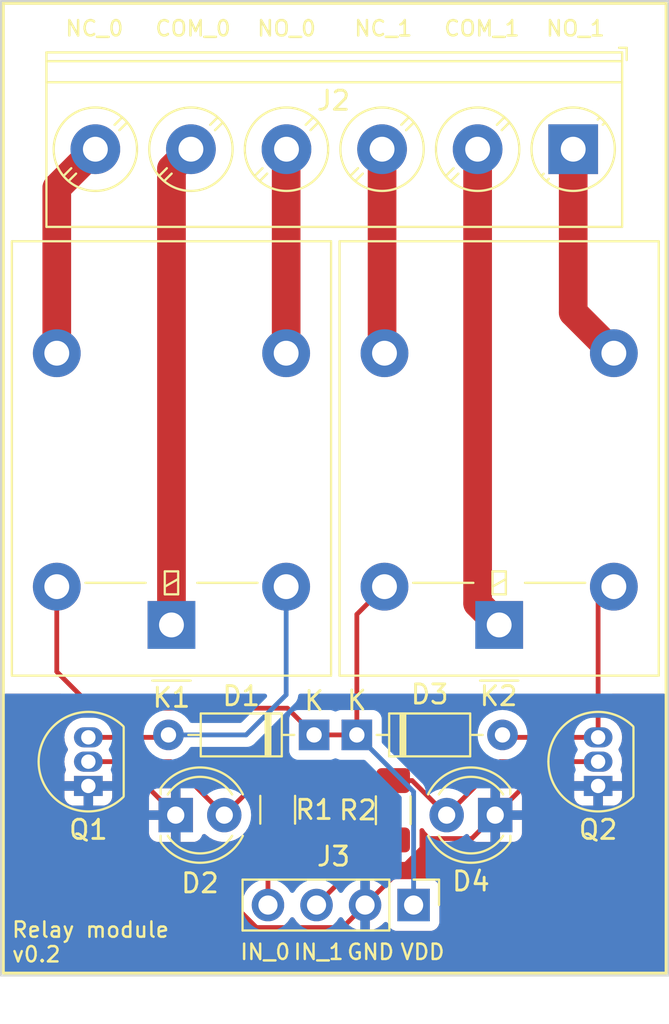
<source format=kicad_pcb>
(kicad_pcb (version 20221018) (generator pcbnew)
  (layers (0 "F.Cu" signal) (31 "B.Cu" signal) (34 "B.Paste" user) (35 "F.Paste" user) (36 "B.SilkS" user "B.Silkscreen") (37 "F.SilkS" user "F.Silkscreen") (38 "B.Mask" user) (39 "F.Mask" user) (44 "Edge.Cuts" user))
  (net 0 "")
  (net 1 "VDD")
  (net 2 "Net-(D1-A)")
  (net 3 "GND")
  (net 4 "Net-(D2-A)")
  (net 5 "Net-(D3-A)")
  (net 6 "Net-(D4-A)")
  (net 7 "NC_1")
  (net 8 "NO_1")
  (net 9 "COM_1")
  (net 10 "NC_0")
  (net 11 "NO_0")
  (net 12 "COM_0")
  (net 13 "IN_0")
  (net 14 "IN_1")
  (footprint "LED_THT:LED_D4.0mm" (layer "F.Cu") (at 151.462 94.488 180)
    (fp_text reference "D4" (at 1.27 -3.46) (layer "F.SilkS"))
    (fp_text value "D_Photo")
    (fp_line (start -0.79 -1.399) (end -0.79 -1.08) (stroke (width 0.12)) (layer "F.SilkS"))
    (fp_line (start -0.79 1.08) (end -0.79 1.399) (stroke (width 0.12)) (layer "F.SilkS"))
    (fp_arc (start -0.79 -1.398749) (mid 1.453519 -2.483228) (end 3.513242 -1.080724) (stroke (width 0.12)) (layer "F.SilkS"))
    (fp_arc (start -0.41333 -1.08) (mid 1.269429 -2) (end 2.952713 -1.080961) (stroke (width 0.12)) (layer "F.SilkS"))
    (fp_arc (start 2.952713 1.080961) (mid 1.269429 2) (end -0.41333 1.08) (stroke (width 0.12)) (layer "F.SilkS"))
    (fp_arc (start 3.513242 1.080724) (mid 1.453519 2.483228) (end -0.79 1.398749) (stroke (width 0.12)) (layer "F.SilkS"))
    (pad "1" thru_hole rect (at 0 0 180) (size 1.8 1.8) (drill 0.9) (layers "*.Cu" "*.Mask") (net 3 "GND"))
    (pad "2" thru_hole circle (at 2.54 0 180) (size 1.8 1.8) (drill 0.9) (layers "*.Cu" "*.Mask") (net 6 "Net-(D4-A)"))
  )
  (footprint "Package_TO_SOT_THT:TO-92_Inline" (layer "F.Cu") (at 156.845 92.964 90)
    (fp_text reference "Q2" (at -2.286 0 180) (layer "F.SilkS"))
    (fp_text value "S8050")
    (fp_line (start -0.53 1.85) (end 3.07 1.85) (stroke (width 0.12)) (layer "F.SilkS"))
    (fp_arc (start -0.568478 1.838478) (mid -1.132087 -0.994977) (end 1.27 -2.6) (stroke (width 0.12)) (layer "F.SilkS"))
    (fp_arc (start 1.27 -2.6) (mid 3.672087 -0.994977) (end 3.108478 1.838478) (stroke (width 0.12)) (layer "F.SilkS"))
    (pad "1" thru_hole rect (at 0 0 90) (size 1.05 1.5) (drill 0.75) (layers "*.Cu" "*.Mask") (net 3 "GND"))
    (pad "2" thru_hole oval (at 1.27 0 90) (size 1.05 1.5) (drill 0.75) (layers "*.Cu" "*.Mask") (net 6 "Net-(D4-A)"))
    (pad "3" thru_hole oval (at 2.54 0 90) (size 1.05 1.5) (drill 0.75) (layers "*.Cu" "*.Mask") (net 5 "Net-(D3-A)"))
  )
  (footprint "Relay_THT:Relay_SPDT_Omron-G5LE-1" (layer "F.Cu") (at 151.669 84.55 180)
    (fp_text reference "K2" (at 0.031 -3.715) (layer "F.SilkS"))
    (fp_text value "G5LE-1")
    (fp_line (start -8.35 -2.65) (end -8.35 20.05) (stroke (width 0.12)) (layer "F.SilkS"))
    (fp_line (start -8.35 20.05) (end 8.35 20.05) (stroke (width 0.12)) (layer "F.SilkS"))
    (fp_line (start -4.5 2.2) (end -1.35 2.2) (stroke (width 0.12)) (layer "F.SilkS"))
    (fp_line (start -1 -2.91) (end 1 -2.91) (stroke (width 0.12)) (layer "F.SilkS"))
    (fp_line (start -0.35 1.6) (end -0.35 2.8) (stroke (width 0.12)) (layer "F.SilkS"))
    (fp_line (start -0.35 2.4) (end 0.35 2) (stroke (width 0.12)) (layer "F.SilkS"))
    (fp_line (start -0.35 2.8) (end 0.35 2.8) (stroke (width 0.12)) (layer "F.SilkS"))
    (fp_line (start 0.35 1.6) (end -0.35 1.6) (stroke (width 0.12)) (layer "F.SilkS"))
    (fp_line (start 0.35 2.8) (end 0.35 1.6) (stroke (width 0.12)) (layer "F.SilkS"))
    (fp_line (start 1.35 2.2) (end 4.5 2.2) (stroke (width 0.12)) (layer "F.SilkS"))
    (fp_line (start 8.35 -2.65) (end -8.35 -2.65) (stroke (width 0.12)) (layer "F.SilkS"))
    (fp_line (start 8.35 20.05) (end 8.35 -2.65) (stroke (width 0.12)) (layer "F.SilkS"))
    (pad "1" thru_hole rect (at 0 0 180) (size 2.5 2.5) (drill 1.3) (layers "*.Cu" "*.Mask") (net 9 "COM_1"))
    (pad "2" thru_hole oval (at -6 2 180) (size 2.5 2.5) (drill 1.3) (layers "*.Cu" "*.Mask") (net 5 "Net-(D3-A)"))
    (pad "3" thru_hole oval (at -6 14.2 180) (size 2.5 2.5) (drill 1.3) (layers "*.Cu" "*.Mask") (net 8 "NO_1"))
    (pad "4" thru_hole oval (at 6 14.2 180) (size 2.5 2.5) (drill 1.3) (layers "*.Cu" "*.Mask") (net 7 "NC_1"))
    (pad "5" thru_hole oval (at 6 2 180) (size 2.5 2.5) (drill 1.3) (layers "*.Cu" "*.Mask") (net 1 "VDD"))
  )
  (footprint "Package_TO_SOT_THT:TO-92_Inline" (layer "F.Cu") (at 130.175 92.964 90)
    (fp_text reference "Q1" (at -2.286 0 180) (layer "F.SilkS"))
    (fp_text value "S8050")
    (fp_line (start -0.53 1.85) (end 3.07 1.85) (stroke (width 0.12)) (layer "F.SilkS"))
    (fp_arc (start -0.568478 1.838478) (mid -1.132087 -0.994977) (end 1.27 -2.6) (stroke (width 0.12)) (layer "F.SilkS"))
    (fp_arc (start 1.27 -2.6) (mid 3.672087 -0.994977) (end 3.108478 1.838478) (stroke (width 0.12)) (layer "F.SilkS"))
    (pad "1" thru_hole rect (at 0 0 90) (size 1.05 1.5) (drill 0.75) (layers "*.Cu" "*.Mask") (net 3 "GND"))
    (pad "2" thru_hole oval (at 1.27 0 90) (size 1.05 1.5) (drill 0.75) (layers "*.Cu" "*.Mask") (net 4 "Net-(D2-A)"))
    (pad "3" thru_hole oval (at 2.54 0 90) (size 1.05 1.5) (drill 0.75) (layers "*.Cu" "*.Mask") (net 2 "Net-(D1-A)"))
  )
  (footprint "Relay_THT:Relay_SPDT_Omron-G5LE-1" (layer "F.Cu") (at 134.524 84.55 180)
    (fp_text reference "K1" (at 0 -3.8) (layer "F.SilkS"))
    (fp_text value "G5LE-1")
    (fp_line (start -8.35 -2.65) (end -8.35 20.05) (stroke (width 0.12)) (layer "F.SilkS"))
    (fp_line (start -8.35 20.05) (end 8.35 20.05) (stroke (width 0.12)) (layer "F.SilkS"))
    (fp_line (start -4.5 2.2) (end -1.35 2.2) (stroke (width 0.12)) (layer "F.SilkS"))
    (fp_line (start -1 -2.91) (end 1 -2.91) (stroke (width 0.12)) (layer "F.SilkS"))
    (fp_line (start -0.35 1.6) (end -0.35 2.8) (stroke (width 0.12)) (layer "F.SilkS"))
    (fp_line (start -0.35 2.4) (end 0.35 2) (stroke (width 0.12)) (layer "F.SilkS"))
    (fp_line (start -0.35 2.8) (end 0.35 2.8) (stroke (width 0.12)) (layer "F.SilkS"))
    (fp_line (start 0.35 1.6) (end -0.35 1.6) (stroke (width 0.12)) (layer "F.SilkS"))
    (fp_line (start 0.35 2.8) (end 0.35 1.6) (stroke (width 0.12)) (layer "F.SilkS"))
    (fp_line (start 1.35 2.2) (end 4.5 2.2) (stroke (width 0.12)) (layer "F.SilkS"))
    (fp_line (start 8.35 -2.65) (end -8.35 -2.65) (stroke (width 0.12)) (layer "F.SilkS"))
    (fp_line (start 8.35 20.05) (end 8.35 -2.65) (stroke (width 0.12)) (layer "F.SilkS"))
    (pad "1" thru_hole rect (at 0 0 180) (size 2.5 2.5) (drill 1.3) (layers "*.Cu" "*.Mask") (net 12 "COM_0"))
    (pad "2" thru_hole oval (at -6 2 180) (size 2.5 2.5) (drill 1.3) (layers "*.Cu" "*.Mask") (net 2 "Net-(D1-A)"))
    (pad "3" thru_hole oval (at -6 14.2 180) (size 2.5 2.5) (drill 1.3) (layers "*.Cu" "*.Mask") (net 11 "NO_0"))
    (pad "4" thru_hole oval (at 6 14.2 180) (size 2.5 2.5) (drill 1.3) (layers "*.Cu" "*.Mask") (net 10 "NC_0"))
    (pad "5" thru_hole oval (at 6 2 180) (size 2.5 2.5) (drill 1.3) (layers "*.Cu" "*.Mask") (net 1 "VDD"))
  )
  (footprint "TerminalBlock_Phoenix:TerminalBlock_Phoenix_PT-1,5-6-5.0-H_1x06_P5.00mm_Horizontal" (layer "F.Cu") (at 155.542 59.69 180)
    (fp_text reference "J2" (at 12.54 2.54) (layer "F.SilkS"))
    (fp_text value "Screw_Terminal_01x06")
    (fp_line (start -2.8 4.66) (end -2.8 5.3) (stroke (width 0.12)) (layer "F.SilkS"))
    (fp_line (start -2.8 5.3) (end -2.4 5.3) (stroke (width 0.12)) (layer "F.SilkS"))
    (fp_line (start -2.56 -4.06) (end -2.56 5.06) (stroke (width 0.12)) (layer "F.SilkS"))
    (fp_line (start -2.56 -4.06) (end 27.56 -4.06) (stroke (width 0.12)) (layer "F.SilkS"))
    (fp_line (start -2.56 3.5) (end 27.56 3.5) (stroke (width 0.12)) (layer "F.SilkS"))
    (fp_line (start -2.56 4.6) (end 27.56 4.6) (stroke (width 0.12)) (layer "F.SilkS"))
    (fp_line (start -2.56 5.06) (end 27.56 5.06) (stroke (width 0.12)) (layer "F.SilkS"))
    (fp_line (start -1.548 1.281) (end -1.654 1.388) (stroke (width 0.12)) (layer "F.SilkS"))
    (fp_line (start -1.282 1.547) (end -1.388 1.654) (stroke (width 0.12)) (layer "F.SilkS"))
    (fp_line (start 1.388 -1.654) (end 1.281 -1.547) (stroke (width 0.12)) (layer "F.SilkS"))
    (fp_line (start 1.654 -1.388) (end 1.547 -1.281) (stroke (width 0.12)) (layer "F.SilkS"))
    (fp_line (start 3.742 0.992) (end 3.347 1.388) (stroke (width 0.12)) (layer "F.SilkS"))
    (fp_line (start 3.993 1.274) (end 3.613 1.654) (stroke (width 0.12)) (layer "F.SilkS"))
    (fp_line (start 6.388 -1.654) (end 6.008 -1.274) (stroke (width 0.12)) (layer "F.SilkS"))
    (fp_line (start 6.654 -1.388) (end 6.259 -0.992) (stroke (width 0.12)) (layer "F.SilkS"))
    (fp_line (start 8.742 0.992) (end 8.347 1.388) (stroke (width 0.12)) (layer "F.SilkS"))
    (fp_line (start 8.993 1.274) (end 8.613 1.654) (stroke (width 0.12)) (layer "F.SilkS"))
    (fp_line (start 11.388 -1.654) (end 11.008 -1.274) (stroke (width 0.12)) (layer "F.SilkS"))
    (fp_line (start 11.654 -1.388) (end 11.259 -0.992) (stroke (width 0.12)) (layer "F.SilkS"))
    (fp_line (start 13.742 0.992) (end 13.347 1.388) (stroke (width 0.12)) (layer "F.SilkS"))
    (fp_line (start 13.993 1.274) (end 13.613 1.654) (stroke (width 0.12)) (layer "F.SilkS"))
    (fp_line (start 16.388 -1.654) (end 16.008 -1.274) (stroke (width 0.12)) (layer "F.SilkS"))
    (fp_line (start 16.654 -1.388) (end 16.259 -0.992) (stroke (width 0.12)) (layer "F.SilkS"))
    (fp_line (start 18.742 0.992) (end 18.347 1.388) (stroke (width 0.12)) (layer "F.SilkS"))
    (fp_line (start 18.993 1.274) (end 18.613 1.654) (stroke (width 0.12)) (layer "F.SilkS"))
    (fp_line (start 21.388 -1.654) (end 21.008 -1.274) (stroke (width 0.12)) (layer "F.SilkS"))
    (fp_line (start 21.654 -1.388) (end 21.259 -0.992) (stroke (width 0.12)) (layer "F.SilkS"))
    (fp_line (start 23.742 0.992) (end 23.347 1.388) (stroke (width 0.12)) (layer "F.SilkS"))
    (fp_line (start 23.993 1.274) (end 23.613 1.654) (stroke (width 0.12)) (layer "F.SilkS"))
    (fp_line (start 26.388 -1.654) (end 26.008 -1.274) (stroke (width 0.12)) (layer "F.SilkS"))
    (fp_line (start 26.654 -1.388) (end 26.259 -0.992) (stroke (width 0.12)) (layer "F.SilkS"))
    (fp_line (start 27.56 -4.06) (end 27.56 5.06) (stroke (width 0.12)) (layer "F.SilkS"))
    (fp_circle (center 0 0) (end 2.18 0) (stroke (width 0.12)) (fill none) (layer "F.SilkS"))
    (fp_circle (center 5 0) (end 7.18 0) (stroke (width 0.12)) (fill none) (layer "F.SilkS"))
    (fp_circle (center 10 0) (end 12.18 0) (stroke (width 0.12)) (fill none) (layer "F.SilkS"))
    (fp_circle (center 15 0) (end 17.18 0) (stroke (width 0.12)) (fill none) (layer "F.SilkS"))
    (fp_circle (center 20 0) (end 22.18 0) (stroke (width 0.12)) (fill none) (layer "F.SilkS"))
    (fp_circle (center 25 0) (end 27.18 0) (stroke (width 0.12)) (fill none) (layer "F.SilkS"))
    (pad "1" thru_hole rect (at 0 0 180) (size 2.6 2.6) (drill 1.3) (layers "*.Cu" "*.Mask") (net 8 "NO_1"))
    (pad "2" thru_hole circle (at 5 0 180) (size 2.6 2.6) (drill 1.3) (layers "*.Cu" "*.Mask") (net 9 "COM_1"))
    (pad "3" thru_hole circle (at 10 0 180) (size 2.6 2.6) (drill 1.3) (layers "*.Cu" "*.Mask") (net 7 "NC_1"))
    (pad "4" thru_hole circle (at 15 0 180) (size 2.6 2.6) (drill 1.3) (layers "*.Cu" "*.Mask") (net 11 "NO_0"))
    (pad "5" thru_hole circle (at 20 0 180) (size 2.6 2.6) (drill 1.3) (layers "*.Cu" "*.Mask") (net 12 "COM_0"))
    (pad "6" thru_hole circle (at 25 0 180) (size 2.6 2.6) (drill 1.3) (layers "*.Cu" "*.Mask") (net 10 "NC_0"))
  )
  (footprint "Resistor_SMD:R_1206_3216Metric_Pad1.30x1.75mm_HandSolder" (layer "F.Cu") (at 140.081 94.208 90)
    (fp_text reference "R1" (at 0 1.905 180) (layer "F.SilkS"))
    (fp_text value "R")
    (fp_line (start -0.727064 -0.91) (end 0.727064 -0.91) (stroke (width 0.12)) (layer "F.SilkS"))
    (fp_line (start -0.727064 0.91) (end 0.727064 0.91) (stroke (width 0.12)) (layer "F.SilkS"))
    (pad "1" smd roundrect (at -1.55 0 90) (size 1.3 1.75) (layers "F.Cu" "F.Paste" "F.Mask") (roundrect_rratio 0.1923076923) (net 13 "IN_0"))
    (pad "2" smd roundrect (at 1.55 0 90) (size 1.3 1.75) (layers "F.Cu" "F.Paste" "F.Mask") (roundrect_rratio 0.1923076923) (net 4 "Net-(D2-A)"))
  )
  (footprint "Diode_THT:D_DO-35_SOD27_P7.62mm_Horizontal" (layer "F.Cu") (at 141.986 90.297 180)
    (fp_text reference "D1" (at 3.81 2.032) (layer "F.SilkS"))
    (fp_text value "D")
    (fp_text user "K" (at 0 1.778) (layer "F.SilkS"))
    (fp_line (start 1.04 0) (end 1.69 0) (stroke (width 0.12)) (layer "F.SilkS"))
    (fp_line (start 1.69 -1.12) (end 1.69 1.12) (stroke (width 0.12)) (layer "F.SilkS"))
    (fp_line (start 1.69 1.12) (end 5.93 1.12) (stroke (width 0.12)) (layer "F.SilkS"))
    (fp_line (start 2.29 -1.12) (end 2.29 1.12) (stroke (width 0.12)) (layer "F.SilkS"))
    (fp_line (start 2.41 -1.12) (end 2.41 1.12) (stroke (width 0.12)) (layer "F.SilkS"))
    (fp_line (start 2.53 -1.12) (end 2.53 1.12) (stroke (width 0.12)) (layer "F.SilkS"))
    (fp_line (start 5.93 -1.12) (end 1.69 -1.12) (stroke (width 0.12)) (layer "F.SilkS"))
    (fp_line (start 5.93 1.12) (end 5.93 -1.12) (stroke (width 0.12)) (layer "F.SilkS"))
    (fp_line (start 6.58 0) (end 5.93 0) (stroke (width 0.12)) (layer "F.SilkS"))
    (pad "1" thru_hole rect (at 0 0 180) (size 1.6 1.6) (drill 0.8) (layers "*.Cu" "*.Mask") (net 1 "VDD"))
    (pad "2" thru_hole oval (at 7.62 0 180) (size 1.6 1.6) (drill 0.8) (layers "*.Cu" "*.Mask") (net 2 "Net-(D1-A)"))
  )
  (footprint "Connector_PinHeader_2.54mm:PinHeader_1x04_P2.54mm_Vertical" (layer "F.Cu") (at 147.193 99.187 -90)
    (fp_text reference "J3" (at -2.54 4.191 -180) (layer "F.SilkS"))
    (fp_text value "Conn_01x04_Pin")
    (fp_line (start -1.33 -1.33) (end 0 -1.33) (stroke (width 0.12)) (layer "F.SilkS"))
    (fp_line (start -1.33 0) (end -1.33 -1.33) (stroke (width 0.12)) (layer "F.SilkS"))
    (fp_line (start -1.33 1.27) (end -1.33 8.95) (stroke (width 0.12)) (layer "F.SilkS"))
    (fp_line (start -1.33 1.27) (end 1.33 1.27) (stroke (width 0.12)) (layer "F.SilkS"))
    (fp_line (start -1.33 8.95) (end 1.33 8.95) (stroke (width 0.12)) (layer "F.SilkS"))
    (fp_line (start 1.33 1.27) (end 1.33 8.95) (stroke (width 0.12)) (layer "F.SilkS"))
    (pad "1" thru_hole rect (at 0 0 270) (size 1.7 1.7) (drill 1) (layers "*.Cu" "*.Mask") (net 1 "VDD"))
    (pad "2" thru_hole oval (at 0 2.54 270) (size 1.7 1.7) (drill 1) (layers "*.Cu" "*.Mask") (net 3 "GND"))
    (pad "3" thru_hole oval (at 0 5.08 270) (size 1.7 1.7) (drill 1) (layers "*.Cu" "*.Mask") (net 14 "IN_1"))
    (pad "4" thru_hole oval (at 0 7.62 270) (size 1.7 1.7) (drill 1) (layers "*.Cu" "*.Mask") (net 13 "IN_0"))
  )
  (footprint "LED_THT:LED_D4.0mm" (layer "F.Cu") (at 134.747 94.488)
    (fp_text reference "D2" (at 1.27 3.556) (layer "F.SilkS"))
    (fp_text value "D_Photo")
    (fp_line (start -0.79 -1.399) (end -0.79 -1.08) (stroke (width 0.12)) (layer "F.SilkS"))
    (fp_line (start -0.79 1.08) (end -0.79 1.399) (stroke (width 0.12)) (layer "F.SilkS"))
    (fp_arc (start -0.79 -1.398749) (mid 1.453519 -2.483228) (end 3.513242 -1.080724) (stroke (width 0.12)) (layer "F.SilkS"))
    (fp_arc (start -0.41333 -1.08) (mid 1.269429 -2) (end 2.952713 -1.080961) (stroke (width 0.12)) (layer "F.SilkS"))
    (fp_arc (start 2.952713 1.080961) (mid 1.269429 2) (end -0.41333 1.08) (stroke (width 0.12)) (layer "F.SilkS"))
    (fp_arc (start 3.513242 1.080724) (mid 1.453519 2.483228) (end -0.79 1.398749) (stroke (width 0.12)) (layer "F.SilkS"))
    (pad "1" thru_hole rect (at 0 0) (size 1.8 1.8) (drill 0.9) (layers "*.Cu" "*.Mask") (net 3 "GND"))
    (pad "2" thru_hole circle (at 2.54 0) (size 1.8 1.8) (drill 0.9) (layers "*.Cu" "*.Mask") (net 4 "Net-(D2-A)"))
  )
  (footprint "Diode_THT:D_DO-35_SOD27_P7.62mm_Horizontal" (layer "F.Cu") (at 144.223 90.297)
    (fp_text reference "D3" (at 3.81 -2.12) (layer "F.SilkS"))
    (fp_text value "D")
    (fp_text user "K" (at 0 -1.8) (layer "F.SilkS"))
    (fp_line (start 1.04 0) (end 1.69 0) (stroke (width 0.12)) (layer "F.SilkS"))
    (fp_line (start 1.69 -1.12) (end 1.69 1.12) (stroke (width 0.12)) (layer "F.SilkS"))
    (fp_line (start 1.69 1.12) (end 5.93 1.12) (stroke (width 0.12)) (layer "F.SilkS"))
    (fp_line (start 2.29 -1.12) (end 2.29 1.12) (stroke (width 0.12)) (layer "F.SilkS"))
    (fp_line (start 2.41 -1.12) (end 2.41 1.12) (stroke (width 0.12)) (layer "F.SilkS"))
    (fp_line (start 2.53 -1.12) (end 2.53 1.12) (stroke (width 0.12)) (layer "F.SilkS"))
    (fp_line (start 5.93 -1.12) (end 1.69 -1.12) (stroke (width 0.12)) (layer "F.SilkS"))
    (fp_line (start 5.93 1.12) (end 5.93 -1.12) (stroke (width 0.12)) (layer "F.SilkS"))
    (fp_line (start 6.58 0) (end 5.93 0) (stroke (width 0.12)) (layer "F.SilkS"))
    (pad "1" thru_hole rect (at 0 0) (size 1.6 1.6) (drill 0.8) (layers "*.Cu" "*.Mask") (net 1 "VDD"))
    (pad "2" thru_hole oval (at 7.62 0) (size 1.6 1.6) (drill 0.8) (layers "*.Cu" "*.Mask") (net 5 "Net-(D3-A)"))
  )
  (footprint "Resistor_SMD:R_1206_3216Metric_Pad1.30x1.75mm_HandSolder" (layer "F.Cu") (at 146.128 94.234 90)
    (fp_text reference "R2" (at 0 -1.856 180) (layer "F.SilkS"))
    (fp_text value "R")
    (fp_line (start -0.727064 -0.91) (end 0.727064 -0.91) (stroke (width 0.12)) (layer "F.SilkS"))
    (fp_line (start -0.727064 0.91) (end 0.727064 0.91) (stroke (width 0.12)) (layer "F.SilkS"))
    (pad "1" smd roundrect (at -1.55 0 90) (size 1.3 1.75) (layers "F.Cu" "F.Paste" "F.Mask") (roundrect_rratio 0.1923076923) (net 14 "IN_1"))
    (pad "2" smd roundrect (at 1.55 0 90) (size 1.3 1.75) (layers "F.Cu" "F.Paste" "F.Mask") (roundrect_rratio 0.1923076923) (net 6 "Net-(D4-A)"))
  )
  (gr_rect (start 125.73 52.07) (end 160.401 102.743) (stroke (width 0.15)) (fill none) (layer "F.SilkS"))
  (gr_rect (start 125.603 51.943) (end 160.528 102.87) (stroke (width 0.1)) (fill none) (layer "Edge.Cuts"))
  (gr_text "GND" (at 143.637 102.108) (layer "F.SilkS") (effects (font (size 0.8 0.8) (thickness 0.13)) (justify left bottom)))
  (gr_text "IN_1" (at 140.843 102.108) (layer "F.SilkS") (effects (font (size 0.8 0.8) (thickness 0.13)) (justify left bottom)))
  (gr_text "COM_0" (at 133.604 53.848) (layer "F.SilkS") (effects (font (size 0.8 0.8) (thickness 0.13)) (justify left bottom)))
  (gr_text "Relay module\nv0.2" (at 126.111 102.235) (layer "F.SilkS") (effects (font (size 0.8 0.8) (thickness 0.13)) (justify left bottom)))
  (gr_text "NO_1" (at 154.051 53.848) (layer "F.SilkS") (effects (font (size 0.8 0.8) (thickness 0.13)) (justify left bottom)))
  (gr_text "IN_0" (at 138.049 102.108) (layer "F.SilkS") (effects (font (size 0.8 0.8) (thickness 0.13)) (justify left bottom)))
  (gr_text "NC_0" (at 128.905 53.848) (layer "F.SilkS") (effects (font (size 0.8 0.8) (thickness 0.13)) (justify left bottom)))
  (gr_text "NO_0" (at 138.938 53.848) (layer "F.SilkS") (effects (font (size 0.8 0.8) (thickness 0.13)) (justify left bottom)))
  (gr_text "COM_1" (at 148.717 53.848) (layer "F.SilkS") (effects (font (size 0.8 0.8) (thickness 0.13)) (justify left bottom)))
  (gr_text "VDD" (at 146.431 102.108) (layer "F.SilkS") (effects (font (size 0.8 0.8) (thickness 0.13)) (justify left bottom)))
  (gr_text "NC_1" (at 144.018 53.848) (layer "F.SilkS") (effects (font (size 0.8 0.8) (thickness 0.13)) (justify left bottom)))
  (segment (start 141.986 90.297) (end 140.589 88.9) (width 0.25) (layer "F.Cu") (net 1))
  (segment (start 140.589 88.9) (end 130.429 88.9) (width 0.25) (layer "F.Cu") (net 1))
  (segment (start 144.223 90.297) (end 144.223 83.996) (width 0.25) (layer "F.Cu") (net 1))
  (segment (start 128.524 86.995) (end 128.524 82.55) (width 0.25) (layer "F.Cu") (net 1))
  (segment (start 130.429 88.9) (end 128.524 86.995) (width 0.25) (layer "F.Cu") (net 1))
  (segment (start 144.223 83.996) (end 145.669 82.55) (width 0.25) (layer "F.Cu") (net 1))
  (segment (start 144.223 90.297) (end 141.986 90.297) (width 0.25) (layer "F.Cu") (net 1))
  (segment (start 147.193 93.267) (end 144.223 90.297) (width 0.25) (layer "B.Cu") (net 1))
  (segment (start 147.193 99.187) (end 147.193 93.267) (width 0.25) (layer "B.Cu") (net 1))
  (segment (start 134.239 90.424) (end 134.366 90.297) (width 0.25) (layer "F.Cu") (net 2))
  (segment (start 130.175 90.424) (end 134.239 90.424) (width 0.25) (layer "F.Cu") (net 2))
  (segment (start 134.366 90.297) (end 138.43 90.297) (width 0.25) (layer "B.Cu") (net 2))
  (segment (start 140.524 88.203) (end 140.524 82.55) (width 0.25) (layer "B.Cu") (net 2))
  (segment (start 138.43 90.297) (end 140.524 88.203) (width 0.25) (layer "B.Cu") (net 2))
  (segment (start 134.747 96.139) (end 134.747 94.488) (width 0.25) (layer "F.Cu") (net 3))
  (segment (start 133.223 92.964) (end 134.747 94.488) (width 0.25) (layer "F.Cu") (net 3))
  (segment (start 130.175 92.964) (end 133.223 92.964) (width 0.25) (layer "F.Cu") (net 3))
  (segment (start 156.845 92.964) (end 152.986 92.964) (width 0.25) (layer "F.Cu") (net 3))
  (segment (start 144.653 99.187) (end 143.478 100.362) (width 0.25) (layer "F.Cu") (net 3))
  (segment (start 144.653 99.187) (end 148.127 95.713) (width 0.25) (layer "F.Cu") (net 3))
  (segment (start 150.237 95.713) (end 151.462 94.488) (width 0.25) (layer "F.Cu") (net 3))
  (segment (start 148.127 95.713) (end 150.237 95.713) (width 0.25) (layer "F.Cu") (net 3))
  (segment (start 143.478 100.362) (end 138.97 100.362) (width 0.25) (layer "F.Cu") (net 3))
  (segment (start 138.97 100.362) (end 134.747 96.139) (width 0.25) (layer "F.Cu") (net 3))
  (segment (start 152.986 92.964) (end 151.462 94.488) (width 0.25) (layer "F.Cu") (net 3))
  (segment (start 130.175 91.694) (end 134.493 91.694) (width 0.25) (layer "F.Cu") (net 4))
  (segment (start 137.287 94.488) (end 139.117 92.658) (width 0.25) (layer "F.Cu") (net 4))
  (segment (start 134.493 91.694) (end 137.287 94.488) (width 0.25) (layer "F.Cu") (net 4))
  (segment (start 139.117 92.658) (end 140.081 92.658) (width 0.25) (layer "F.Cu") (net 4))
  (segment (start 156.845 90.424) (end 156.845 83.374) (width 0.25) (layer "F.Cu") (net 5))
  (segment (start 151.97 90.424) (end 151.843 90.297) (width 0.25) (layer "F.Cu") (net 5))
  (segment (start 156.845 90.424) (end 151.97 90.424) (width 0.25) (layer "F.Cu") (net 5))
  (segment (start 156.845 83.374) (end 157.669 82.55) (width 0.25) (layer "F.Cu") (net 5))
  (segment (start 147.118 92.684) (end 146.128 92.684) (width 0.25) (layer "F.Cu") (net 6))
  (segment (start 151.716 91.694) (end 156.845 91.694) (width 0.25) (layer "F.Cu") (net 6))
  (segment (start 148.922 94.488) (end 151.716 91.694) (width 0.25) (layer "F.Cu") (net 6))
  (segment (start 148.922 94.488) (end 147.118 92.684) (width 0.25) (layer "F.Cu") (net 6))
  (segment (start 145.542 59.69) (end 145.542 70.223) (width 1.5) (layer "F.Cu") (net 7))
  (segment (start 145.542 70.223) (end 145.669 70.35) (width 1.5) (layer "F.Cu") (net 7))
  (segment (start 155.542 59.69) (end 155.542 68.223) (width 1.5) (layer "F.Cu") (net 8))
  (segment (start 155.542 68.223) (end 157.669 70.35) (width 1.5) (layer "F.Cu") (net 8))
  (segment (start 150.542 59.69) (end 150.542 83.423) (width 1.5) (layer "F.Cu") (net 9))
  (segment (start 150.542 83.423) (end 151.669 84.55) (width 1.5) (layer "F.Cu") (net 9))
  (segment (start 128.524 70.35) (end 128.524 61.708) (width 1.5) (layer "F.Cu") (net 10))
  (segment (start 128.524 61.708) (end 130.542 59.69) (width 1.5) (layer "F.Cu") (net 10))
  (segment (start 140.524 59.708) (end 140.542 59.69) (width 1.5) (layer "F.Cu") (net 11))
  (segment (start 140.524 70.35) (end 140.524 59.708) (width 1.5) (layer "F.Cu") (net 11))
  (segment (start 134.524 84.55) (end 134.524 60.708) (width 1.5) (layer "F.Cu") (net 12))
  (segment (start 134.524 60.708) (end 135.542 59.69) (width 1.5) (layer "F.Cu") (net 12))
  (segment (start 139.573 96.266) (end 140.081 95.758) (width 0.25) (layer "F.Cu") (net 13))
  (segment (start 139.573 99.187) (end 139.573 96.266) (width 0.25) (layer "F.Cu") (net 13))
  (segment (start 145.516 95.784) (end 146.128 95.784) (width 0.25) (layer "F.Cu") (net 14))
  (segment (start 142.113 99.187) (end 145.516 95.784) (width 0.25) (layer "F.Cu") (net 14))
  (zone (net 3) (net_name "GND") (layer "F.Cu") (connect_pads (clearance 0.5)) (min_thickness 0.25) (fill yes (thermal_gap 0.5) (thermal_bridge_width 0.5))
    (polygon (pts (xy 125.73 88.138) (xy 160.401 88.138) (xy 160.401 102.743) (xy 125.73 102.743)))
  )
  (zone (net 3) (net_name "GND") (layer "B.Cu") (priority 1) (connect_pads (clearance 0.5)) (min_thickness 0.25) (fill yes (thermal_gap 0.5) (thermal_bridge_width 0.5))
    (polygon (pts (xy 125.73 88.138) (xy 160.401 88.138) (xy 160.401 102.743) (xy 125.73 102.743)))
  )
)
</source>
